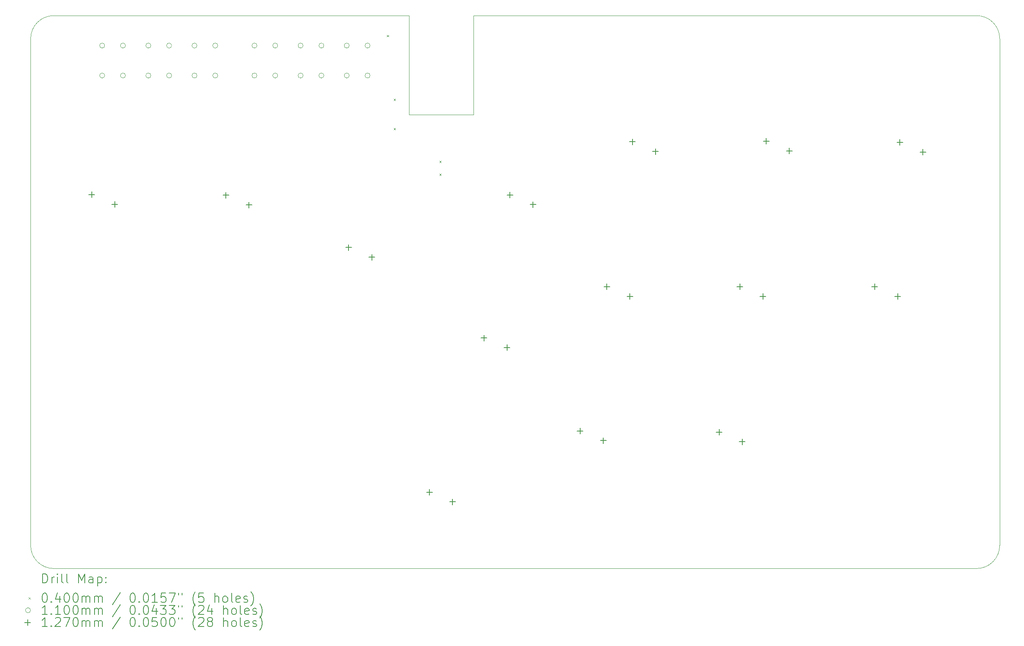
<source format=gbr>
%TF.GenerationSoftware,KiCad,Pcbnew,7.0.5*%
%TF.CreationDate,2023-08-12T18:12:26-04:00*%
%TF.ProjectId,Flatbox-rev5B,466c6174-626f-4782-9d72-657635422e6b,rev?*%
%TF.SameCoordinates,Original*%
%TF.FileFunction,Drillmap*%
%TF.FilePolarity,Positive*%
%FSLAX45Y45*%
G04 Gerber Fmt 4.5, Leading zero omitted, Abs format (unit mm)*
G04 Created by KiCad (PCBNEW 7.0.5) date 2023-08-12 18:12:26*
%MOMM*%
%LPD*%
G01*
G04 APERTURE LIST*
%ADD10C,0.050000*%
%ADD11C,0.200000*%
%ADD12C,0.040000*%
%ADD13C,0.110000*%
%ADD14C,0.127000*%
G04 APERTURE END LIST*
D10*
X25000000Y-3500000D02*
X25000000Y-14500000D01*
X24500000Y-15000000D02*
X4500000Y-15000000D01*
X4000000Y-14500000D02*
X4000000Y-3500000D01*
X4500000Y-3000000D02*
X12200000Y-3000000D01*
X13600000Y-3000000D02*
X24500000Y-3000000D01*
X12200000Y-3000000D02*
X12200000Y-5150000D01*
X4500000Y-3000000D02*
G75*
G03*
X4000000Y-3500000I0J-500000D01*
G01*
X13600000Y-5150000D02*
X13600000Y-3000000D01*
X4000000Y-14500000D02*
G75*
G03*
X4500000Y-15000000I500000J0D01*
G01*
X24500000Y-15000000D02*
G75*
G03*
X25000000Y-14500000I0J500000D01*
G01*
X25000000Y-3500000D02*
G75*
G03*
X24500000Y-3000000I-500000J0D01*
G01*
X12200000Y-5150000D02*
X13600000Y-5150000D01*
D11*
D12*
X11720000Y-3420000D02*
X11760000Y-3460000D01*
X11760000Y-3420000D02*
X11720000Y-3460000D01*
X11867200Y-4805850D02*
X11907200Y-4845850D01*
X11907200Y-4805850D02*
X11867200Y-4845850D01*
X11867200Y-5441000D02*
X11907200Y-5481000D01*
X11907200Y-5441000D02*
X11867200Y-5481000D01*
X12857800Y-6152200D02*
X12897800Y-6192200D01*
X12897800Y-6152200D02*
X12857800Y-6192200D01*
X12857800Y-6431600D02*
X12897800Y-6471600D01*
X12897800Y-6431600D02*
X12857800Y-6471600D01*
D13*
X5605000Y-3650000D02*
G75*
G03*
X5605000Y-3650000I-55000J0D01*
G01*
X5605000Y-4300000D02*
G75*
G03*
X5605000Y-4300000I-55000J0D01*
G01*
X6055000Y-3650000D02*
G75*
G03*
X6055000Y-3650000I-55000J0D01*
G01*
X6055000Y-4300000D02*
G75*
G03*
X6055000Y-4300000I-55000J0D01*
G01*
X6605000Y-3650000D02*
G75*
G03*
X6605000Y-3650000I-55000J0D01*
G01*
X6605000Y-4300000D02*
G75*
G03*
X6605000Y-4300000I-55000J0D01*
G01*
X7055000Y-3650000D02*
G75*
G03*
X7055000Y-3650000I-55000J0D01*
G01*
X7055000Y-4300000D02*
G75*
G03*
X7055000Y-4300000I-55000J0D01*
G01*
X7605000Y-3650000D02*
G75*
G03*
X7605000Y-3650000I-55000J0D01*
G01*
X7605000Y-4300000D02*
G75*
G03*
X7605000Y-4300000I-55000J0D01*
G01*
X8055000Y-3650000D02*
G75*
G03*
X8055000Y-3650000I-55000J0D01*
G01*
X8055000Y-4300000D02*
G75*
G03*
X8055000Y-4300000I-55000J0D01*
G01*
X8905000Y-3650000D02*
G75*
G03*
X8905000Y-3650000I-55000J0D01*
G01*
X8905000Y-4300000D02*
G75*
G03*
X8905000Y-4300000I-55000J0D01*
G01*
X9355000Y-3650000D02*
G75*
G03*
X9355000Y-3650000I-55000J0D01*
G01*
X9355000Y-4300000D02*
G75*
G03*
X9355000Y-4300000I-55000J0D01*
G01*
X9905000Y-3650000D02*
G75*
G03*
X9905000Y-3650000I-55000J0D01*
G01*
X9905000Y-4300000D02*
G75*
G03*
X9905000Y-4300000I-55000J0D01*
G01*
X10355000Y-3650000D02*
G75*
G03*
X10355000Y-3650000I-55000J0D01*
G01*
X10355000Y-4300000D02*
G75*
G03*
X10355000Y-4300000I-55000J0D01*
G01*
X10905000Y-3650000D02*
G75*
G03*
X10905000Y-3650000I-55000J0D01*
G01*
X10905000Y-4300000D02*
G75*
G03*
X10905000Y-4300000I-55000J0D01*
G01*
X11355000Y-3650000D02*
G75*
G03*
X11355000Y-3650000I-55000J0D01*
G01*
X11355000Y-4300000D02*
G75*
G03*
X11355000Y-4300000I-55000J0D01*
G01*
D14*
X5322500Y-6821500D02*
X5322500Y-6948500D01*
X5259000Y-6885000D02*
X5386000Y-6885000D01*
X5822500Y-7031500D02*
X5822500Y-7158500D01*
X5759000Y-7095000D02*
X5886000Y-7095000D01*
X8232000Y-6833500D02*
X8232000Y-6960500D01*
X8168500Y-6897000D02*
X8295500Y-6897000D01*
X8732000Y-7043500D02*
X8732000Y-7170500D01*
X8668500Y-7107000D02*
X8795500Y-7107000D01*
X10892000Y-7968500D02*
X10892000Y-8095500D01*
X10828500Y-8032000D02*
X10955500Y-8032000D01*
X11392000Y-8178500D02*
X11392000Y-8305500D01*
X11328500Y-8242000D02*
X11455500Y-8242000D01*
X12642000Y-13278500D02*
X12642000Y-13405500D01*
X12578500Y-13342000D02*
X12705500Y-13342000D01*
X13142000Y-13488500D02*
X13142000Y-13615500D01*
X13078500Y-13552000D02*
X13205500Y-13552000D01*
X13825000Y-9931500D02*
X13825000Y-10058500D01*
X13761500Y-9995000D02*
X13888500Y-9995000D01*
X14325000Y-10141500D02*
X14325000Y-10268500D01*
X14261500Y-10205000D02*
X14388500Y-10205000D01*
X14386000Y-6827500D02*
X14386000Y-6954500D01*
X14322500Y-6891000D02*
X14449500Y-6891000D01*
X14886000Y-7037500D02*
X14886000Y-7164500D01*
X14822500Y-7101000D02*
X14949500Y-7101000D01*
X15908400Y-11949700D02*
X15908400Y-12076700D01*
X15844900Y-12013200D02*
X15971900Y-12013200D01*
X16408400Y-12159700D02*
X16408400Y-12286700D01*
X16344900Y-12223200D02*
X16471900Y-12223200D01*
X16486000Y-8820500D02*
X16486000Y-8947500D01*
X16422500Y-8884000D02*
X16549500Y-8884000D01*
X16986000Y-9030500D02*
X16986000Y-9157500D01*
X16922500Y-9094000D02*
X17049500Y-9094000D01*
X17042000Y-5674500D02*
X17042000Y-5801500D01*
X16978500Y-5738000D02*
X17105500Y-5738000D01*
X17542000Y-5884500D02*
X17542000Y-6011500D01*
X17478500Y-5948000D02*
X17605500Y-5948000D01*
X18921811Y-11975100D02*
X18921811Y-12102100D01*
X18858311Y-12038600D02*
X18985311Y-12038600D01*
X19371000Y-8820500D02*
X19371000Y-8947500D01*
X19307500Y-8884000D02*
X19434500Y-8884000D01*
X19421811Y-12185100D02*
X19421811Y-12312100D01*
X19358311Y-12248600D02*
X19485311Y-12248600D01*
X19871000Y-9030500D02*
X19871000Y-9157500D01*
X19807500Y-9094000D02*
X19934500Y-9094000D01*
X19939000Y-5662500D02*
X19939000Y-5789500D01*
X19875500Y-5726000D02*
X20002500Y-5726000D01*
X20439000Y-5872500D02*
X20439000Y-5999500D01*
X20375500Y-5936000D02*
X20502500Y-5936000D01*
X22292000Y-8820500D02*
X22292000Y-8947500D01*
X22228500Y-8884000D02*
X22355500Y-8884000D01*
X22792000Y-9030500D02*
X22792000Y-9157500D01*
X22728500Y-9094000D02*
X22855500Y-9094000D01*
X22836000Y-5686500D02*
X22836000Y-5813500D01*
X22772500Y-5750000D02*
X22899500Y-5750000D01*
X23336000Y-5896500D02*
X23336000Y-6023500D01*
X23272500Y-5960000D02*
X23399500Y-5960000D01*
D11*
X4258277Y-15313984D02*
X4258277Y-15113984D01*
X4258277Y-15113984D02*
X4305896Y-15113984D01*
X4305896Y-15113984D02*
X4334467Y-15123508D01*
X4334467Y-15123508D02*
X4353515Y-15142555D01*
X4353515Y-15142555D02*
X4363039Y-15161603D01*
X4363039Y-15161603D02*
X4372563Y-15199698D01*
X4372563Y-15199698D02*
X4372563Y-15228269D01*
X4372563Y-15228269D02*
X4363039Y-15266365D01*
X4363039Y-15266365D02*
X4353515Y-15285412D01*
X4353515Y-15285412D02*
X4334467Y-15304460D01*
X4334467Y-15304460D02*
X4305896Y-15313984D01*
X4305896Y-15313984D02*
X4258277Y-15313984D01*
X4458277Y-15313984D02*
X4458277Y-15180650D01*
X4458277Y-15218746D02*
X4467801Y-15199698D01*
X4467801Y-15199698D02*
X4477324Y-15190174D01*
X4477324Y-15190174D02*
X4496372Y-15180650D01*
X4496372Y-15180650D02*
X4515420Y-15180650D01*
X4582086Y-15313984D02*
X4582086Y-15180650D01*
X4582086Y-15113984D02*
X4572563Y-15123508D01*
X4572563Y-15123508D02*
X4582086Y-15133031D01*
X4582086Y-15133031D02*
X4591610Y-15123508D01*
X4591610Y-15123508D02*
X4582086Y-15113984D01*
X4582086Y-15113984D02*
X4582086Y-15133031D01*
X4705896Y-15313984D02*
X4686848Y-15304460D01*
X4686848Y-15304460D02*
X4677324Y-15285412D01*
X4677324Y-15285412D02*
X4677324Y-15113984D01*
X4810658Y-15313984D02*
X4791610Y-15304460D01*
X4791610Y-15304460D02*
X4782086Y-15285412D01*
X4782086Y-15285412D02*
X4782086Y-15113984D01*
X5039229Y-15313984D02*
X5039229Y-15113984D01*
X5039229Y-15113984D02*
X5105896Y-15256841D01*
X5105896Y-15256841D02*
X5172563Y-15113984D01*
X5172563Y-15113984D02*
X5172563Y-15313984D01*
X5353515Y-15313984D02*
X5353515Y-15209222D01*
X5353515Y-15209222D02*
X5343991Y-15190174D01*
X5343991Y-15190174D02*
X5324944Y-15180650D01*
X5324944Y-15180650D02*
X5286848Y-15180650D01*
X5286848Y-15180650D02*
X5267801Y-15190174D01*
X5353515Y-15304460D02*
X5334467Y-15313984D01*
X5334467Y-15313984D02*
X5286848Y-15313984D01*
X5286848Y-15313984D02*
X5267801Y-15304460D01*
X5267801Y-15304460D02*
X5258277Y-15285412D01*
X5258277Y-15285412D02*
X5258277Y-15266365D01*
X5258277Y-15266365D02*
X5267801Y-15247317D01*
X5267801Y-15247317D02*
X5286848Y-15237793D01*
X5286848Y-15237793D02*
X5334467Y-15237793D01*
X5334467Y-15237793D02*
X5353515Y-15228269D01*
X5448753Y-15180650D02*
X5448753Y-15380650D01*
X5448753Y-15190174D02*
X5467801Y-15180650D01*
X5467801Y-15180650D02*
X5505896Y-15180650D01*
X5505896Y-15180650D02*
X5524944Y-15190174D01*
X5524944Y-15190174D02*
X5534467Y-15199698D01*
X5534467Y-15199698D02*
X5543991Y-15218746D01*
X5543991Y-15218746D02*
X5543991Y-15275888D01*
X5543991Y-15275888D02*
X5534467Y-15294936D01*
X5534467Y-15294936D02*
X5524944Y-15304460D01*
X5524944Y-15304460D02*
X5505896Y-15313984D01*
X5505896Y-15313984D02*
X5467801Y-15313984D01*
X5467801Y-15313984D02*
X5448753Y-15304460D01*
X5629705Y-15294936D02*
X5639229Y-15304460D01*
X5639229Y-15304460D02*
X5629705Y-15313984D01*
X5629705Y-15313984D02*
X5620182Y-15304460D01*
X5620182Y-15304460D02*
X5629705Y-15294936D01*
X5629705Y-15294936D02*
X5629705Y-15313984D01*
X5629705Y-15190174D02*
X5639229Y-15199698D01*
X5639229Y-15199698D02*
X5629705Y-15209222D01*
X5629705Y-15209222D02*
X5620182Y-15199698D01*
X5620182Y-15199698D02*
X5629705Y-15190174D01*
X5629705Y-15190174D02*
X5629705Y-15209222D01*
D12*
X3957500Y-15622500D02*
X3997500Y-15662500D01*
X3997500Y-15622500D02*
X3957500Y-15662500D01*
D11*
X4296372Y-15533984D02*
X4315420Y-15533984D01*
X4315420Y-15533984D02*
X4334467Y-15543508D01*
X4334467Y-15543508D02*
X4343991Y-15553031D01*
X4343991Y-15553031D02*
X4353515Y-15572079D01*
X4353515Y-15572079D02*
X4363039Y-15610174D01*
X4363039Y-15610174D02*
X4363039Y-15657793D01*
X4363039Y-15657793D02*
X4353515Y-15695888D01*
X4353515Y-15695888D02*
X4343991Y-15714936D01*
X4343991Y-15714936D02*
X4334467Y-15724460D01*
X4334467Y-15724460D02*
X4315420Y-15733984D01*
X4315420Y-15733984D02*
X4296372Y-15733984D01*
X4296372Y-15733984D02*
X4277324Y-15724460D01*
X4277324Y-15724460D02*
X4267801Y-15714936D01*
X4267801Y-15714936D02*
X4258277Y-15695888D01*
X4258277Y-15695888D02*
X4248753Y-15657793D01*
X4248753Y-15657793D02*
X4248753Y-15610174D01*
X4248753Y-15610174D02*
X4258277Y-15572079D01*
X4258277Y-15572079D02*
X4267801Y-15553031D01*
X4267801Y-15553031D02*
X4277324Y-15543508D01*
X4277324Y-15543508D02*
X4296372Y-15533984D01*
X4448753Y-15714936D02*
X4458277Y-15724460D01*
X4458277Y-15724460D02*
X4448753Y-15733984D01*
X4448753Y-15733984D02*
X4439229Y-15724460D01*
X4439229Y-15724460D02*
X4448753Y-15714936D01*
X4448753Y-15714936D02*
X4448753Y-15733984D01*
X4629705Y-15600650D02*
X4629705Y-15733984D01*
X4582086Y-15524460D02*
X4534467Y-15667317D01*
X4534467Y-15667317D02*
X4658277Y-15667317D01*
X4772563Y-15533984D02*
X4791610Y-15533984D01*
X4791610Y-15533984D02*
X4810658Y-15543508D01*
X4810658Y-15543508D02*
X4820182Y-15553031D01*
X4820182Y-15553031D02*
X4829705Y-15572079D01*
X4829705Y-15572079D02*
X4839229Y-15610174D01*
X4839229Y-15610174D02*
X4839229Y-15657793D01*
X4839229Y-15657793D02*
X4829705Y-15695888D01*
X4829705Y-15695888D02*
X4820182Y-15714936D01*
X4820182Y-15714936D02*
X4810658Y-15724460D01*
X4810658Y-15724460D02*
X4791610Y-15733984D01*
X4791610Y-15733984D02*
X4772563Y-15733984D01*
X4772563Y-15733984D02*
X4753515Y-15724460D01*
X4753515Y-15724460D02*
X4743991Y-15714936D01*
X4743991Y-15714936D02*
X4734467Y-15695888D01*
X4734467Y-15695888D02*
X4724944Y-15657793D01*
X4724944Y-15657793D02*
X4724944Y-15610174D01*
X4724944Y-15610174D02*
X4734467Y-15572079D01*
X4734467Y-15572079D02*
X4743991Y-15553031D01*
X4743991Y-15553031D02*
X4753515Y-15543508D01*
X4753515Y-15543508D02*
X4772563Y-15533984D01*
X4963039Y-15533984D02*
X4982086Y-15533984D01*
X4982086Y-15533984D02*
X5001134Y-15543508D01*
X5001134Y-15543508D02*
X5010658Y-15553031D01*
X5010658Y-15553031D02*
X5020182Y-15572079D01*
X5020182Y-15572079D02*
X5029705Y-15610174D01*
X5029705Y-15610174D02*
X5029705Y-15657793D01*
X5029705Y-15657793D02*
X5020182Y-15695888D01*
X5020182Y-15695888D02*
X5010658Y-15714936D01*
X5010658Y-15714936D02*
X5001134Y-15724460D01*
X5001134Y-15724460D02*
X4982086Y-15733984D01*
X4982086Y-15733984D02*
X4963039Y-15733984D01*
X4963039Y-15733984D02*
X4943991Y-15724460D01*
X4943991Y-15724460D02*
X4934467Y-15714936D01*
X4934467Y-15714936D02*
X4924944Y-15695888D01*
X4924944Y-15695888D02*
X4915420Y-15657793D01*
X4915420Y-15657793D02*
X4915420Y-15610174D01*
X4915420Y-15610174D02*
X4924944Y-15572079D01*
X4924944Y-15572079D02*
X4934467Y-15553031D01*
X4934467Y-15553031D02*
X4943991Y-15543508D01*
X4943991Y-15543508D02*
X4963039Y-15533984D01*
X5115420Y-15733984D02*
X5115420Y-15600650D01*
X5115420Y-15619698D02*
X5124944Y-15610174D01*
X5124944Y-15610174D02*
X5143991Y-15600650D01*
X5143991Y-15600650D02*
X5172563Y-15600650D01*
X5172563Y-15600650D02*
X5191610Y-15610174D01*
X5191610Y-15610174D02*
X5201134Y-15629222D01*
X5201134Y-15629222D02*
X5201134Y-15733984D01*
X5201134Y-15629222D02*
X5210658Y-15610174D01*
X5210658Y-15610174D02*
X5229705Y-15600650D01*
X5229705Y-15600650D02*
X5258277Y-15600650D01*
X5258277Y-15600650D02*
X5277325Y-15610174D01*
X5277325Y-15610174D02*
X5286848Y-15629222D01*
X5286848Y-15629222D02*
X5286848Y-15733984D01*
X5382086Y-15733984D02*
X5382086Y-15600650D01*
X5382086Y-15619698D02*
X5391610Y-15610174D01*
X5391610Y-15610174D02*
X5410658Y-15600650D01*
X5410658Y-15600650D02*
X5439229Y-15600650D01*
X5439229Y-15600650D02*
X5458277Y-15610174D01*
X5458277Y-15610174D02*
X5467801Y-15629222D01*
X5467801Y-15629222D02*
X5467801Y-15733984D01*
X5467801Y-15629222D02*
X5477325Y-15610174D01*
X5477325Y-15610174D02*
X5496372Y-15600650D01*
X5496372Y-15600650D02*
X5524944Y-15600650D01*
X5524944Y-15600650D02*
X5543991Y-15610174D01*
X5543991Y-15610174D02*
X5553515Y-15629222D01*
X5553515Y-15629222D02*
X5553515Y-15733984D01*
X5943991Y-15524460D02*
X5772563Y-15781603D01*
X6201134Y-15533984D02*
X6220182Y-15533984D01*
X6220182Y-15533984D02*
X6239229Y-15543508D01*
X6239229Y-15543508D02*
X6248753Y-15553031D01*
X6248753Y-15553031D02*
X6258277Y-15572079D01*
X6258277Y-15572079D02*
X6267801Y-15610174D01*
X6267801Y-15610174D02*
X6267801Y-15657793D01*
X6267801Y-15657793D02*
X6258277Y-15695888D01*
X6258277Y-15695888D02*
X6248753Y-15714936D01*
X6248753Y-15714936D02*
X6239229Y-15724460D01*
X6239229Y-15724460D02*
X6220182Y-15733984D01*
X6220182Y-15733984D02*
X6201134Y-15733984D01*
X6201134Y-15733984D02*
X6182086Y-15724460D01*
X6182086Y-15724460D02*
X6172563Y-15714936D01*
X6172563Y-15714936D02*
X6163039Y-15695888D01*
X6163039Y-15695888D02*
X6153515Y-15657793D01*
X6153515Y-15657793D02*
X6153515Y-15610174D01*
X6153515Y-15610174D02*
X6163039Y-15572079D01*
X6163039Y-15572079D02*
X6172563Y-15553031D01*
X6172563Y-15553031D02*
X6182086Y-15543508D01*
X6182086Y-15543508D02*
X6201134Y-15533984D01*
X6353515Y-15714936D02*
X6363039Y-15724460D01*
X6363039Y-15724460D02*
X6353515Y-15733984D01*
X6353515Y-15733984D02*
X6343991Y-15724460D01*
X6343991Y-15724460D02*
X6353515Y-15714936D01*
X6353515Y-15714936D02*
X6353515Y-15733984D01*
X6486848Y-15533984D02*
X6505896Y-15533984D01*
X6505896Y-15533984D02*
X6524944Y-15543508D01*
X6524944Y-15543508D02*
X6534467Y-15553031D01*
X6534467Y-15553031D02*
X6543991Y-15572079D01*
X6543991Y-15572079D02*
X6553515Y-15610174D01*
X6553515Y-15610174D02*
X6553515Y-15657793D01*
X6553515Y-15657793D02*
X6543991Y-15695888D01*
X6543991Y-15695888D02*
X6534467Y-15714936D01*
X6534467Y-15714936D02*
X6524944Y-15724460D01*
X6524944Y-15724460D02*
X6505896Y-15733984D01*
X6505896Y-15733984D02*
X6486848Y-15733984D01*
X6486848Y-15733984D02*
X6467801Y-15724460D01*
X6467801Y-15724460D02*
X6458277Y-15714936D01*
X6458277Y-15714936D02*
X6448753Y-15695888D01*
X6448753Y-15695888D02*
X6439229Y-15657793D01*
X6439229Y-15657793D02*
X6439229Y-15610174D01*
X6439229Y-15610174D02*
X6448753Y-15572079D01*
X6448753Y-15572079D02*
X6458277Y-15553031D01*
X6458277Y-15553031D02*
X6467801Y-15543508D01*
X6467801Y-15543508D02*
X6486848Y-15533984D01*
X6743991Y-15733984D02*
X6629706Y-15733984D01*
X6686848Y-15733984D02*
X6686848Y-15533984D01*
X6686848Y-15533984D02*
X6667801Y-15562555D01*
X6667801Y-15562555D02*
X6648753Y-15581603D01*
X6648753Y-15581603D02*
X6629706Y-15591127D01*
X6924944Y-15533984D02*
X6829706Y-15533984D01*
X6829706Y-15533984D02*
X6820182Y-15629222D01*
X6820182Y-15629222D02*
X6829706Y-15619698D01*
X6829706Y-15619698D02*
X6848753Y-15610174D01*
X6848753Y-15610174D02*
X6896372Y-15610174D01*
X6896372Y-15610174D02*
X6915420Y-15619698D01*
X6915420Y-15619698D02*
X6924944Y-15629222D01*
X6924944Y-15629222D02*
X6934467Y-15648269D01*
X6934467Y-15648269D02*
X6934467Y-15695888D01*
X6934467Y-15695888D02*
X6924944Y-15714936D01*
X6924944Y-15714936D02*
X6915420Y-15724460D01*
X6915420Y-15724460D02*
X6896372Y-15733984D01*
X6896372Y-15733984D02*
X6848753Y-15733984D01*
X6848753Y-15733984D02*
X6829706Y-15724460D01*
X6829706Y-15724460D02*
X6820182Y-15714936D01*
X7001134Y-15533984D02*
X7134467Y-15533984D01*
X7134467Y-15533984D02*
X7048753Y-15733984D01*
X7201134Y-15533984D02*
X7201134Y-15572079D01*
X7277325Y-15533984D02*
X7277325Y-15572079D01*
X7572563Y-15810174D02*
X7563039Y-15800650D01*
X7563039Y-15800650D02*
X7543991Y-15772079D01*
X7543991Y-15772079D02*
X7534468Y-15753031D01*
X7534468Y-15753031D02*
X7524944Y-15724460D01*
X7524944Y-15724460D02*
X7515420Y-15676841D01*
X7515420Y-15676841D02*
X7515420Y-15638746D01*
X7515420Y-15638746D02*
X7524944Y-15591127D01*
X7524944Y-15591127D02*
X7534468Y-15562555D01*
X7534468Y-15562555D02*
X7543991Y-15543508D01*
X7543991Y-15543508D02*
X7563039Y-15514936D01*
X7563039Y-15514936D02*
X7572563Y-15505412D01*
X7743991Y-15533984D02*
X7648753Y-15533984D01*
X7648753Y-15533984D02*
X7639229Y-15629222D01*
X7639229Y-15629222D02*
X7648753Y-15619698D01*
X7648753Y-15619698D02*
X7667801Y-15610174D01*
X7667801Y-15610174D02*
X7715420Y-15610174D01*
X7715420Y-15610174D02*
X7734468Y-15619698D01*
X7734468Y-15619698D02*
X7743991Y-15629222D01*
X7743991Y-15629222D02*
X7753515Y-15648269D01*
X7753515Y-15648269D02*
X7753515Y-15695888D01*
X7753515Y-15695888D02*
X7743991Y-15714936D01*
X7743991Y-15714936D02*
X7734468Y-15724460D01*
X7734468Y-15724460D02*
X7715420Y-15733984D01*
X7715420Y-15733984D02*
X7667801Y-15733984D01*
X7667801Y-15733984D02*
X7648753Y-15724460D01*
X7648753Y-15724460D02*
X7639229Y-15714936D01*
X7991610Y-15733984D02*
X7991610Y-15533984D01*
X8077325Y-15733984D02*
X8077325Y-15629222D01*
X8077325Y-15629222D02*
X8067801Y-15610174D01*
X8067801Y-15610174D02*
X8048753Y-15600650D01*
X8048753Y-15600650D02*
X8020182Y-15600650D01*
X8020182Y-15600650D02*
X8001134Y-15610174D01*
X8001134Y-15610174D02*
X7991610Y-15619698D01*
X8201134Y-15733984D02*
X8182087Y-15724460D01*
X8182087Y-15724460D02*
X8172563Y-15714936D01*
X8172563Y-15714936D02*
X8163039Y-15695888D01*
X8163039Y-15695888D02*
X8163039Y-15638746D01*
X8163039Y-15638746D02*
X8172563Y-15619698D01*
X8172563Y-15619698D02*
X8182087Y-15610174D01*
X8182087Y-15610174D02*
X8201134Y-15600650D01*
X8201134Y-15600650D02*
X8229706Y-15600650D01*
X8229706Y-15600650D02*
X8248753Y-15610174D01*
X8248753Y-15610174D02*
X8258277Y-15619698D01*
X8258277Y-15619698D02*
X8267801Y-15638746D01*
X8267801Y-15638746D02*
X8267801Y-15695888D01*
X8267801Y-15695888D02*
X8258277Y-15714936D01*
X8258277Y-15714936D02*
X8248753Y-15724460D01*
X8248753Y-15724460D02*
X8229706Y-15733984D01*
X8229706Y-15733984D02*
X8201134Y-15733984D01*
X8382087Y-15733984D02*
X8363039Y-15724460D01*
X8363039Y-15724460D02*
X8353515Y-15705412D01*
X8353515Y-15705412D02*
X8353515Y-15533984D01*
X8534468Y-15724460D02*
X8515420Y-15733984D01*
X8515420Y-15733984D02*
X8477325Y-15733984D01*
X8477325Y-15733984D02*
X8458277Y-15724460D01*
X8458277Y-15724460D02*
X8448753Y-15705412D01*
X8448753Y-15705412D02*
X8448753Y-15629222D01*
X8448753Y-15629222D02*
X8458277Y-15610174D01*
X8458277Y-15610174D02*
X8477325Y-15600650D01*
X8477325Y-15600650D02*
X8515420Y-15600650D01*
X8515420Y-15600650D02*
X8534468Y-15610174D01*
X8534468Y-15610174D02*
X8543992Y-15629222D01*
X8543992Y-15629222D02*
X8543992Y-15648269D01*
X8543992Y-15648269D02*
X8448753Y-15667317D01*
X8620182Y-15724460D02*
X8639230Y-15733984D01*
X8639230Y-15733984D02*
X8677325Y-15733984D01*
X8677325Y-15733984D02*
X8696373Y-15724460D01*
X8696373Y-15724460D02*
X8705896Y-15705412D01*
X8705896Y-15705412D02*
X8705896Y-15695888D01*
X8705896Y-15695888D02*
X8696373Y-15676841D01*
X8696373Y-15676841D02*
X8677325Y-15667317D01*
X8677325Y-15667317D02*
X8648753Y-15667317D01*
X8648753Y-15667317D02*
X8629706Y-15657793D01*
X8629706Y-15657793D02*
X8620182Y-15638746D01*
X8620182Y-15638746D02*
X8620182Y-15629222D01*
X8620182Y-15629222D02*
X8629706Y-15610174D01*
X8629706Y-15610174D02*
X8648753Y-15600650D01*
X8648753Y-15600650D02*
X8677325Y-15600650D01*
X8677325Y-15600650D02*
X8696373Y-15610174D01*
X8772563Y-15810174D02*
X8782087Y-15800650D01*
X8782087Y-15800650D02*
X8801134Y-15772079D01*
X8801134Y-15772079D02*
X8810658Y-15753031D01*
X8810658Y-15753031D02*
X8820182Y-15724460D01*
X8820182Y-15724460D02*
X8829706Y-15676841D01*
X8829706Y-15676841D02*
X8829706Y-15638746D01*
X8829706Y-15638746D02*
X8820182Y-15591127D01*
X8820182Y-15591127D02*
X8810658Y-15562555D01*
X8810658Y-15562555D02*
X8801134Y-15543508D01*
X8801134Y-15543508D02*
X8782087Y-15514936D01*
X8782087Y-15514936D02*
X8772563Y-15505412D01*
D13*
X3997500Y-15906500D02*
G75*
G03*
X3997500Y-15906500I-55000J0D01*
G01*
D11*
X4363039Y-15997984D02*
X4248753Y-15997984D01*
X4305896Y-15997984D02*
X4305896Y-15797984D01*
X4305896Y-15797984D02*
X4286848Y-15826555D01*
X4286848Y-15826555D02*
X4267801Y-15845603D01*
X4267801Y-15845603D02*
X4248753Y-15855127D01*
X4448753Y-15978936D02*
X4458277Y-15988460D01*
X4458277Y-15988460D02*
X4448753Y-15997984D01*
X4448753Y-15997984D02*
X4439229Y-15988460D01*
X4439229Y-15988460D02*
X4448753Y-15978936D01*
X4448753Y-15978936D02*
X4448753Y-15997984D01*
X4648753Y-15997984D02*
X4534467Y-15997984D01*
X4591610Y-15997984D02*
X4591610Y-15797984D01*
X4591610Y-15797984D02*
X4572563Y-15826555D01*
X4572563Y-15826555D02*
X4553515Y-15845603D01*
X4553515Y-15845603D02*
X4534467Y-15855127D01*
X4772563Y-15797984D02*
X4791610Y-15797984D01*
X4791610Y-15797984D02*
X4810658Y-15807508D01*
X4810658Y-15807508D02*
X4820182Y-15817031D01*
X4820182Y-15817031D02*
X4829705Y-15836079D01*
X4829705Y-15836079D02*
X4839229Y-15874174D01*
X4839229Y-15874174D02*
X4839229Y-15921793D01*
X4839229Y-15921793D02*
X4829705Y-15959888D01*
X4829705Y-15959888D02*
X4820182Y-15978936D01*
X4820182Y-15978936D02*
X4810658Y-15988460D01*
X4810658Y-15988460D02*
X4791610Y-15997984D01*
X4791610Y-15997984D02*
X4772563Y-15997984D01*
X4772563Y-15997984D02*
X4753515Y-15988460D01*
X4753515Y-15988460D02*
X4743991Y-15978936D01*
X4743991Y-15978936D02*
X4734467Y-15959888D01*
X4734467Y-15959888D02*
X4724944Y-15921793D01*
X4724944Y-15921793D02*
X4724944Y-15874174D01*
X4724944Y-15874174D02*
X4734467Y-15836079D01*
X4734467Y-15836079D02*
X4743991Y-15817031D01*
X4743991Y-15817031D02*
X4753515Y-15807508D01*
X4753515Y-15807508D02*
X4772563Y-15797984D01*
X4963039Y-15797984D02*
X4982086Y-15797984D01*
X4982086Y-15797984D02*
X5001134Y-15807508D01*
X5001134Y-15807508D02*
X5010658Y-15817031D01*
X5010658Y-15817031D02*
X5020182Y-15836079D01*
X5020182Y-15836079D02*
X5029705Y-15874174D01*
X5029705Y-15874174D02*
X5029705Y-15921793D01*
X5029705Y-15921793D02*
X5020182Y-15959888D01*
X5020182Y-15959888D02*
X5010658Y-15978936D01*
X5010658Y-15978936D02*
X5001134Y-15988460D01*
X5001134Y-15988460D02*
X4982086Y-15997984D01*
X4982086Y-15997984D02*
X4963039Y-15997984D01*
X4963039Y-15997984D02*
X4943991Y-15988460D01*
X4943991Y-15988460D02*
X4934467Y-15978936D01*
X4934467Y-15978936D02*
X4924944Y-15959888D01*
X4924944Y-15959888D02*
X4915420Y-15921793D01*
X4915420Y-15921793D02*
X4915420Y-15874174D01*
X4915420Y-15874174D02*
X4924944Y-15836079D01*
X4924944Y-15836079D02*
X4934467Y-15817031D01*
X4934467Y-15817031D02*
X4943991Y-15807508D01*
X4943991Y-15807508D02*
X4963039Y-15797984D01*
X5115420Y-15997984D02*
X5115420Y-15864650D01*
X5115420Y-15883698D02*
X5124944Y-15874174D01*
X5124944Y-15874174D02*
X5143991Y-15864650D01*
X5143991Y-15864650D02*
X5172563Y-15864650D01*
X5172563Y-15864650D02*
X5191610Y-15874174D01*
X5191610Y-15874174D02*
X5201134Y-15893222D01*
X5201134Y-15893222D02*
X5201134Y-15997984D01*
X5201134Y-15893222D02*
X5210658Y-15874174D01*
X5210658Y-15874174D02*
X5229705Y-15864650D01*
X5229705Y-15864650D02*
X5258277Y-15864650D01*
X5258277Y-15864650D02*
X5277325Y-15874174D01*
X5277325Y-15874174D02*
X5286848Y-15893222D01*
X5286848Y-15893222D02*
X5286848Y-15997984D01*
X5382086Y-15997984D02*
X5382086Y-15864650D01*
X5382086Y-15883698D02*
X5391610Y-15874174D01*
X5391610Y-15874174D02*
X5410658Y-15864650D01*
X5410658Y-15864650D02*
X5439229Y-15864650D01*
X5439229Y-15864650D02*
X5458277Y-15874174D01*
X5458277Y-15874174D02*
X5467801Y-15893222D01*
X5467801Y-15893222D02*
X5467801Y-15997984D01*
X5467801Y-15893222D02*
X5477325Y-15874174D01*
X5477325Y-15874174D02*
X5496372Y-15864650D01*
X5496372Y-15864650D02*
X5524944Y-15864650D01*
X5524944Y-15864650D02*
X5543991Y-15874174D01*
X5543991Y-15874174D02*
X5553515Y-15893222D01*
X5553515Y-15893222D02*
X5553515Y-15997984D01*
X5943991Y-15788460D02*
X5772563Y-16045603D01*
X6201134Y-15797984D02*
X6220182Y-15797984D01*
X6220182Y-15797984D02*
X6239229Y-15807508D01*
X6239229Y-15807508D02*
X6248753Y-15817031D01*
X6248753Y-15817031D02*
X6258277Y-15836079D01*
X6258277Y-15836079D02*
X6267801Y-15874174D01*
X6267801Y-15874174D02*
X6267801Y-15921793D01*
X6267801Y-15921793D02*
X6258277Y-15959888D01*
X6258277Y-15959888D02*
X6248753Y-15978936D01*
X6248753Y-15978936D02*
X6239229Y-15988460D01*
X6239229Y-15988460D02*
X6220182Y-15997984D01*
X6220182Y-15997984D02*
X6201134Y-15997984D01*
X6201134Y-15997984D02*
X6182086Y-15988460D01*
X6182086Y-15988460D02*
X6172563Y-15978936D01*
X6172563Y-15978936D02*
X6163039Y-15959888D01*
X6163039Y-15959888D02*
X6153515Y-15921793D01*
X6153515Y-15921793D02*
X6153515Y-15874174D01*
X6153515Y-15874174D02*
X6163039Y-15836079D01*
X6163039Y-15836079D02*
X6172563Y-15817031D01*
X6172563Y-15817031D02*
X6182086Y-15807508D01*
X6182086Y-15807508D02*
X6201134Y-15797984D01*
X6353515Y-15978936D02*
X6363039Y-15988460D01*
X6363039Y-15988460D02*
X6353515Y-15997984D01*
X6353515Y-15997984D02*
X6343991Y-15988460D01*
X6343991Y-15988460D02*
X6353515Y-15978936D01*
X6353515Y-15978936D02*
X6353515Y-15997984D01*
X6486848Y-15797984D02*
X6505896Y-15797984D01*
X6505896Y-15797984D02*
X6524944Y-15807508D01*
X6524944Y-15807508D02*
X6534467Y-15817031D01*
X6534467Y-15817031D02*
X6543991Y-15836079D01*
X6543991Y-15836079D02*
X6553515Y-15874174D01*
X6553515Y-15874174D02*
X6553515Y-15921793D01*
X6553515Y-15921793D02*
X6543991Y-15959888D01*
X6543991Y-15959888D02*
X6534467Y-15978936D01*
X6534467Y-15978936D02*
X6524944Y-15988460D01*
X6524944Y-15988460D02*
X6505896Y-15997984D01*
X6505896Y-15997984D02*
X6486848Y-15997984D01*
X6486848Y-15997984D02*
X6467801Y-15988460D01*
X6467801Y-15988460D02*
X6458277Y-15978936D01*
X6458277Y-15978936D02*
X6448753Y-15959888D01*
X6448753Y-15959888D02*
X6439229Y-15921793D01*
X6439229Y-15921793D02*
X6439229Y-15874174D01*
X6439229Y-15874174D02*
X6448753Y-15836079D01*
X6448753Y-15836079D02*
X6458277Y-15817031D01*
X6458277Y-15817031D02*
X6467801Y-15807508D01*
X6467801Y-15807508D02*
X6486848Y-15797984D01*
X6724944Y-15864650D02*
X6724944Y-15997984D01*
X6677325Y-15788460D02*
X6629706Y-15931317D01*
X6629706Y-15931317D02*
X6753515Y-15931317D01*
X6810658Y-15797984D02*
X6934467Y-15797984D01*
X6934467Y-15797984D02*
X6867801Y-15874174D01*
X6867801Y-15874174D02*
X6896372Y-15874174D01*
X6896372Y-15874174D02*
X6915420Y-15883698D01*
X6915420Y-15883698D02*
X6924944Y-15893222D01*
X6924944Y-15893222D02*
X6934467Y-15912269D01*
X6934467Y-15912269D02*
X6934467Y-15959888D01*
X6934467Y-15959888D02*
X6924944Y-15978936D01*
X6924944Y-15978936D02*
X6915420Y-15988460D01*
X6915420Y-15988460D02*
X6896372Y-15997984D01*
X6896372Y-15997984D02*
X6839229Y-15997984D01*
X6839229Y-15997984D02*
X6820182Y-15988460D01*
X6820182Y-15988460D02*
X6810658Y-15978936D01*
X7001134Y-15797984D02*
X7124944Y-15797984D01*
X7124944Y-15797984D02*
X7058277Y-15874174D01*
X7058277Y-15874174D02*
X7086848Y-15874174D01*
X7086848Y-15874174D02*
X7105896Y-15883698D01*
X7105896Y-15883698D02*
X7115420Y-15893222D01*
X7115420Y-15893222D02*
X7124944Y-15912269D01*
X7124944Y-15912269D02*
X7124944Y-15959888D01*
X7124944Y-15959888D02*
X7115420Y-15978936D01*
X7115420Y-15978936D02*
X7105896Y-15988460D01*
X7105896Y-15988460D02*
X7086848Y-15997984D01*
X7086848Y-15997984D02*
X7029706Y-15997984D01*
X7029706Y-15997984D02*
X7010658Y-15988460D01*
X7010658Y-15988460D02*
X7001134Y-15978936D01*
X7201134Y-15797984D02*
X7201134Y-15836079D01*
X7277325Y-15797984D02*
X7277325Y-15836079D01*
X7572563Y-16074174D02*
X7563039Y-16064650D01*
X7563039Y-16064650D02*
X7543991Y-16036079D01*
X7543991Y-16036079D02*
X7534468Y-16017031D01*
X7534468Y-16017031D02*
X7524944Y-15988460D01*
X7524944Y-15988460D02*
X7515420Y-15940841D01*
X7515420Y-15940841D02*
X7515420Y-15902746D01*
X7515420Y-15902746D02*
X7524944Y-15855127D01*
X7524944Y-15855127D02*
X7534468Y-15826555D01*
X7534468Y-15826555D02*
X7543991Y-15807508D01*
X7543991Y-15807508D02*
X7563039Y-15778936D01*
X7563039Y-15778936D02*
X7572563Y-15769412D01*
X7639229Y-15817031D02*
X7648753Y-15807508D01*
X7648753Y-15807508D02*
X7667801Y-15797984D01*
X7667801Y-15797984D02*
X7715420Y-15797984D01*
X7715420Y-15797984D02*
X7734468Y-15807508D01*
X7734468Y-15807508D02*
X7743991Y-15817031D01*
X7743991Y-15817031D02*
X7753515Y-15836079D01*
X7753515Y-15836079D02*
X7753515Y-15855127D01*
X7753515Y-15855127D02*
X7743991Y-15883698D01*
X7743991Y-15883698D02*
X7629706Y-15997984D01*
X7629706Y-15997984D02*
X7753515Y-15997984D01*
X7924944Y-15864650D02*
X7924944Y-15997984D01*
X7877325Y-15788460D02*
X7829706Y-15931317D01*
X7829706Y-15931317D02*
X7953515Y-15931317D01*
X8182087Y-15997984D02*
X8182087Y-15797984D01*
X8267801Y-15997984D02*
X8267801Y-15893222D01*
X8267801Y-15893222D02*
X8258277Y-15874174D01*
X8258277Y-15874174D02*
X8239230Y-15864650D01*
X8239230Y-15864650D02*
X8210658Y-15864650D01*
X8210658Y-15864650D02*
X8191610Y-15874174D01*
X8191610Y-15874174D02*
X8182087Y-15883698D01*
X8391611Y-15997984D02*
X8372563Y-15988460D01*
X8372563Y-15988460D02*
X8363039Y-15978936D01*
X8363039Y-15978936D02*
X8353515Y-15959888D01*
X8353515Y-15959888D02*
X8353515Y-15902746D01*
X8353515Y-15902746D02*
X8363039Y-15883698D01*
X8363039Y-15883698D02*
X8372563Y-15874174D01*
X8372563Y-15874174D02*
X8391611Y-15864650D01*
X8391611Y-15864650D02*
X8420182Y-15864650D01*
X8420182Y-15864650D02*
X8439230Y-15874174D01*
X8439230Y-15874174D02*
X8448753Y-15883698D01*
X8448753Y-15883698D02*
X8458277Y-15902746D01*
X8458277Y-15902746D02*
X8458277Y-15959888D01*
X8458277Y-15959888D02*
X8448753Y-15978936D01*
X8448753Y-15978936D02*
X8439230Y-15988460D01*
X8439230Y-15988460D02*
X8420182Y-15997984D01*
X8420182Y-15997984D02*
X8391611Y-15997984D01*
X8572563Y-15997984D02*
X8553515Y-15988460D01*
X8553515Y-15988460D02*
X8543992Y-15969412D01*
X8543992Y-15969412D02*
X8543992Y-15797984D01*
X8724944Y-15988460D02*
X8705896Y-15997984D01*
X8705896Y-15997984D02*
X8667801Y-15997984D01*
X8667801Y-15997984D02*
X8648753Y-15988460D01*
X8648753Y-15988460D02*
X8639230Y-15969412D01*
X8639230Y-15969412D02*
X8639230Y-15893222D01*
X8639230Y-15893222D02*
X8648753Y-15874174D01*
X8648753Y-15874174D02*
X8667801Y-15864650D01*
X8667801Y-15864650D02*
X8705896Y-15864650D01*
X8705896Y-15864650D02*
X8724944Y-15874174D01*
X8724944Y-15874174D02*
X8734468Y-15893222D01*
X8734468Y-15893222D02*
X8734468Y-15912269D01*
X8734468Y-15912269D02*
X8639230Y-15931317D01*
X8810658Y-15988460D02*
X8829706Y-15997984D01*
X8829706Y-15997984D02*
X8867801Y-15997984D01*
X8867801Y-15997984D02*
X8886849Y-15988460D01*
X8886849Y-15988460D02*
X8896373Y-15969412D01*
X8896373Y-15969412D02*
X8896373Y-15959888D01*
X8896373Y-15959888D02*
X8886849Y-15940841D01*
X8886849Y-15940841D02*
X8867801Y-15931317D01*
X8867801Y-15931317D02*
X8839230Y-15931317D01*
X8839230Y-15931317D02*
X8820182Y-15921793D01*
X8820182Y-15921793D02*
X8810658Y-15902746D01*
X8810658Y-15902746D02*
X8810658Y-15893222D01*
X8810658Y-15893222D02*
X8820182Y-15874174D01*
X8820182Y-15874174D02*
X8839230Y-15864650D01*
X8839230Y-15864650D02*
X8867801Y-15864650D01*
X8867801Y-15864650D02*
X8886849Y-15874174D01*
X8963039Y-16074174D02*
X8972563Y-16064650D01*
X8972563Y-16064650D02*
X8991611Y-16036079D01*
X8991611Y-16036079D02*
X9001134Y-16017031D01*
X9001134Y-16017031D02*
X9010658Y-15988460D01*
X9010658Y-15988460D02*
X9020182Y-15940841D01*
X9020182Y-15940841D02*
X9020182Y-15902746D01*
X9020182Y-15902746D02*
X9010658Y-15855127D01*
X9010658Y-15855127D02*
X9001134Y-15826555D01*
X9001134Y-15826555D02*
X8991611Y-15807508D01*
X8991611Y-15807508D02*
X8972563Y-15778936D01*
X8972563Y-15778936D02*
X8963039Y-15769412D01*
D14*
X3934000Y-16107000D02*
X3934000Y-16234000D01*
X3870500Y-16170500D02*
X3997500Y-16170500D01*
D11*
X4363039Y-16261984D02*
X4248753Y-16261984D01*
X4305896Y-16261984D02*
X4305896Y-16061984D01*
X4305896Y-16061984D02*
X4286848Y-16090555D01*
X4286848Y-16090555D02*
X4267801Y-16109603D01*
X4267801Y-16109603D02*
X4248753Y-16119127D01*
X4448753Y-16242936D02*
X4458277Y-16252460D01*
X4458277Y-16252460D02*
X4448753Y-16261984D01*
X4448753Y-16261984D02*
X4439229Y-16252460D01*
X4439229Y-16252460D02*
X4448753Y-16242936D01*
X4448753Y-16242936D02*
X4448753Y-16261984D01*
X4534467Y-16081031D02*
X4543991Y-16071508D01*
X4543991Y-16071508D02*
X4563039Y-16061984D01*
X4563039Y-16061984D02*
X4610658Y-16061984D01*
X4610658Y-16061984D02*
X4629705Y-16071508D01*
X4629705Y-16071508D02*
X4639229Y-16081031D01*
X4639229Y-16081031D02*
X4648753Y-16100079D01*
X4648753Y-16100079D02*
X4648753Y-16119127D01*
X4648753Y-16119127D02*
X4639229Y-16147698D01*
X4639229Y-16147698D02*
X4524944Y-16261984D01*
X4524944Y-16261984D02*
X4648753Y-16261984D01*
X4715420Y-16061984D02*
X4848753Y-16061984D01*
X4848753Y-16061984D02*
X4763039Y-16261984D01*
X4963039Y-16061984D02*
X4982086Y-16061984D01*
X4982086Y-16061984D02*
X5001134Y-16071508D01*
X5001134Y-16071508D02*
X5010658Y-16081031D01*
X5010658Y-16081031D02*
X5020182Y-16100079D01*
X5020182Y-16100079D02*
X5029705Y-16138174D01*
X5029705Y-16138174D02*
X5029705Y-16185793D01*
X5029705Y-16185793D02*
X5020182Y-16223888D01*
X5020182Y-16223888D02*
X5010658Y-16242936D01*
X5010658Y-16242936D02*
X5001134Y-16252460D01*
X5001134Y-16252460D02*
X4982086Y-16261984D01*
X4982086Y-16261984D02*
X4963039Y-16261984D01*
X4963039Y-16261984D02*
X4943991Y-16252460D01*
X4943991Y-16252460D02*
X4934467Y-16242936D01*
X4934467Y-16242936D02*
X4924944Y-16223888D01*
X4924944Y-16223888D02*
X4915420Y-16185793D01*
X4915420Y-16185793D02*
X4915420Y-16138174D01*
X4915420Y-16138174D02*
X4924944Y-16100079D01*
X4924944Y-16100079D02*
X4934467Y-16081031D01*
X4934467Y-16081031D02*
X4943991Y-16071508D01*
X4943991Y-16071508D02*
X4963039Y-16061984D01*
X5115420Y-16261984D02*
X5115420Y-16128650D01*
X5115420Y-16147698D02*
X5124944Y-16138174D01*
X5124944Y-16138174D02*
X5143991Y-16128650D01*
X5143991Y-16128650D02*
X5172563Y-16128650D01*
X5172563Y-16128650D02*
X5191610Y-16138174D01*
X5191610Y-16138174D02*
X5201134Y-16157222D01*
X5201134Y-16157222D02*
X5201134Y-16261984D01*
X5201134Y-16157222D02*
X5210658Y-16138174D01*
X5210658Y-16138174D02*
X5229705Y-16128650D01*
X5229705Y-16128650D02*
X5258277Y-16128650D01*
X5258277Y-16128650D02*
X5277325Y-16138174D01*
X5277325Y-16138174D02*
X5286848Y-16157222D01*
X5286848Y-16157222D02*
X5286848Y-16261984D01*
X5382086Y-16261984D02*
X5382086Y-16128650D01*
X5382086Y-16147698D02*
X5391610Y-16138174D01*
X5391610Y-16138174D02*
X5410658Y-16128650D01*
X5410658Y-16128650D02*
X5439229Y-16128650D01*
X5439229Y-16128650D02*
X5458277Y-16138174D01*
X5458277Y-16138174D02*
X5467801Y-16157222D01*
X5467801Y-16157222D02*
X5467801Y-16261984D01*
X5467801Y-16157222D02*
X5477325Y-16138174D01*
X5477325Y-16138174D02*
X5496372Y-16128650D01*
X5496372Y-16128650D02*
X5524944Y-16128650D01*
X5524944Y-16128650D02*
X5543991Y-16138174D01*
X5543991Y-16138174D02*
X5553515Y-16157222D01*
X5553515Y-16157222D02*
X5553515Y-16261984D01*
X5943991Y-16052460D02*
X5772563Y-16309603D01*
X6201134Y-16061984D02*
X6220182Y-16061984D01*
X6220182Y-16061984D02*
X6239229Y-16071508D01*
X6239229Y-16071508D02*
X6248753Y-16081031D01*
X6248753Y-16081031D02*
X6258277Y-16100079D01*
X6258277Y-16100079D02*
X6267801Y-16138174D01*
X6267801Y-16138174D02*
X6267801Y-16185793D01*
X6267801Y-16185793D02*
X6258277Y-16223888D01*
X6258277Y-16223888D02*
X6248753Y-16242936D01*
X6248753Y-16242936D02*
X6239229Y-16252460D01*
X6239229Y-16252460D02*
X6220182Y-16261984D01*
X6220182Y-16261984D02*
X6201134Y-16261984D01*
X6201134Y-16261984D02*
X6182086Y-16252460D01*
X6182086Y-16252460D02*
X6172563Y-16242936D01*
X6172563Y-16242936D02*
X6163039Y-16223888D01*
X6163039Y-16223888D02*
X6153515Y-16185793D01*
X6153515Y-16185793D02*
X6153515Y-16138174D01*
X6153515Y-16138174D02*
X6163039Y-16100079D01*
X6163039Y-16100079D02*
X6172563Y-16081031D01*
X6172563Y-16081031D02*
X6182086Y-16071508D01*
X6182086Y-16071508D02*
X6201134Y-16061984D01*
X6353515Y-16242936D02*
X6363039Y-16252460D01*
X6363039Y-16252460D02*
X6353515Y-16261984D01*
X6353515Y-16261984D02*
X6343991Y-16252460D01*
X6343991Y-16252460D02*
X6353515Y-16242936D01*
X6353515Y-16242936D02*
X6353515Y-16261984D01*
X6486848Y-16061984D02*
X6505896Y-16061984D01*
X6505896Y-16061984D02*
X6524944Y-16071508D01*
X6524944Y-16071508D02*
X6534467Y-16081031D01*
X6534467Y-16081031D02*
X6543991Y-16100079D01*
X6543991Y-16100079D02*
X6553515Y-16138174D01*
X6553515Y-16138174D02*
X6553515Y-16185793D01*
X6553515Y-16185793D02*
X6543991Y-16223888D01*
X6543991Y-16223888D02*
X6534467Y-16242936D01*
X6534467Y-16242936D02*
X6524944Y-16252460D01*
X6524944Y-16252460D02*
X6505896Y-16261984D01*
X6505896Y-16261984D02*
X6486848Y-16261984D01*
X6486848Y-16261984D02*
X6467801Y-16252460D01*
X6467801Y-16252460D02*
X6458277Y-16242936D01*
X6458277Y-16242936D02*
X6448753Y-16223888D01*
X6448753Y-16223888D02*
X6439229Y-16185793D01*
X6439229Y-16185793D02*
X6439229Y-16138174D01*
X6439229Y-16138174D02*
X6448753Y-16100079D01*
X6448753Y-16100079D02*
X6458277Y-16081031D01*
X6458277Y-16081031D02*
X6467801Y-16071508D01*
X6467801Y-16071508D02*
X6486848Y-16061984D01*
X6734467Y-16061984D02*
X6639229Y-16061984D01*
X6639229Y-16061984D02*
X6629706Y-16157222D01*
X6629706Y-16157222D02*
X6639229Y-16147698D01*
X6639229Y-16147698D02*
X6658277Y-16138174D01*
X6658277Y-16138174D02*
X6705896Y-16138174D01*
X6705896Y-16138174D02*
X6724944Y-16147698D01*
X6724944Y-16147698D02*
X6734467Y-16157222D01*
X6734467Y-16157222D02*
X6743991Y-16176269D01*
X6743991Y-16176269D02*
X6743991Y-16223888D01*
X6743991Y-16223888D02*
X6734467Y-16242936D01*
X6734467Y-16242936D02*
X6724944Y-16252460D01*
X6724944Y-16252460D02*
X6705896Y-16261984D01*
X6705896Y-16261984D02*
X6658277Y-16261984D01*
X6658277Y-16261984D02*
X6639229Y-16252460D01*
X6639229Y-16252460D02*
X6629706Y-16242936D01*
X6867801Y-16061984D02*
X6886848Y-16061984D01*
X6886848Y-16061984D02*
X6905896Y-16071508D01*
X6905896Y-16071508D02*
X6915420Y-16081031D01*
X6915420Y-16081031D02*
X6924944Y-16100079D01*
X6924944Y-16100079D02*
X6934467Y-16138174D01*
X6934467Y-16138174D02*
X6934467Y-16185793D01*
X6934467Y-16185793D02*
X6924944Y-16223888D01*
X6924944Y-16223888D02*
X6915420Y-16242936D01*
X6915420Y-16242936D02*
X6905896Y-16252460D01*
X6905896Y-16252460D02*
X6886848Y-16261984D01*
X6886848Y-16261984D02*
X6867801Y-16261984D01*
X6867801Y-16261984D02*
X6848753Y-16252460D01*
X6848753Y-16252460D02*
X6839229Y-16242936D01*
X6839229Y-16242936D02*
X6829706Y-16223888D01*
X6829706Y-16223888D02*
X6820182Y-16185793D01*
X6820182Y-16185793D02*
X6820182Y-16138174D01*
X6820182Y-16138174D02*
X6829706Y-16100079D01*
X6829706Y-16100079D02*
X6839229Y-16081031D01*
X6839229Y-16081031D02*
X6848753Y-16071508D01*
X6848753Y-16071508D02*
X6867801Y-16061984D01*
X7058277Y-16061984D02*
X7077325Y-16061984D01*
X7077325Y-16061984D02*
X7096372Y-16071508D01*
X7096372Y-16071508D02*
X7105896Y-16081031D01*
X7105896Y-16081031D02*
X7115420Y-16100079D01*
X7115420Y-16100079D02*
X7124944Y-16138174D01*
X7124944Y-16138174D02*
X7124944Y-16185793D01*
X7124944Y-16185793D02*
X7115420Y-16223888D01*
X7115420Y-16223888D02*
X7105896Y-16242936D01*
X7105896Y-16242936D02*
X7096372Y-16252460D01*
X7096372Y-16252460D02*
X7077325Y-16261984D01*
X7077325Y-16261984D02*
X7058277Y-16261984D01*
X7058277Y-16261984D02*
X7039229Y-16252460D01*
X7039229Y-16252460D02*
X7029706Y-16242936D01*
X7029706Y-16242936D02*
X7020182Y-16223888D01*
X7020182Y-16223888D02*
X7010658Y-16185793D01*
X7010658Y-16185793D02*
X7010658Y-16138174D01*
X7010658Y-16138174D02*
X7020182Y-16100079D01*
X7020182Y-16100079D02*
X7029706Y-16081031D01*
X7029706Y-16081031D02*
X7039229Y-16071508D01*
X7039229Y-16071508D02*
X7058277Y-16061984D01*
X7201134Y-16061984D02*
X7201134Y-16100079D01*
X7277325Y-16061984D02*
X7277325Y-16100079D01*
X7572563Y-16338174D02*
X7563039Y-16328650D01*
X7563039Y-16328650D02*
X7543991Y-16300079D01*
X7543991Y-16300079D02*
X7534468Y-16281031D01*
X7534468Y-16281031D02*
X7524944Y-16252460D01*
X7524944Y-16252460D02*
X7515420Y-16204841D01*
X7515420Y-16204841D02*
X7515420Y-16166746D01*
X7515420Y-16166746D02*
X7524944Y-16119127D01*
X7524944Y-16119127D02*
X7534468Y-16090555D01*
X7534468Y-16090555D02*
X7543991Y-16071508D01*
X7543991Y-16071508D02*
X7563039Y-16042936D01*
X7563039Y-16042936D02*
X7572563Y-16033412D01*
X7639229Y-16081031D02*
X7648753Y-16071508D01*
X7648753Y-16071508D02*
X7667801Y-16061984D01*
X7667801Y-16061984D02*
X7715420Y-16061984D01*
X7715420Y-16061984D02*
X7734468Y-16071508D01*
X7734468Y-16071508D02*
X7743991Y-16081031D01*
X7743991Y-16081031D02*
X7753515Y-16100079D01*
X7753515Y-16100079D02*
X7753515Y-16119127D01*
X7753515Y-16119127D02*
X7743991Y-16147698D01*
X7743991Y-16147698D02*
X7629706Y-16261984D01*
X7629706Y-16261984D02*
X7753515Y-16261984D01*
X7867801Y-16147698D02*
X7848753Y-16138174D01*
X7848753Y-16138174D02*
X7839229Y-16128650D01*
X7839229Y-16128650D02*
X7829706Y-16109603D01*
X7829706Y-16109603D02*
X7829706Y-16100079D01*
X7829706Y-16100079D02*
X7839229Y-16081031D01*
X7839229Y-16081031D02*
X7848753Y-16071508D01*
X7848753Y-16071508D02*
X7867801Y-16061984D01*
X7867801Y-16061984D02*
X7905896Y-16061984D01*
X7905896Y-16061984D02*
X7924944Y-16071508D01*
X7924944Y-16071508D02*
X7934468Y-16081031D01*
X7934468Y-16081031D02*
X7943991Y-16100079D01*
X7943991Y-16100079D02*
X7943991Y-16109603D01*
X7943991Y-16109603D02*
X7934468Y-16128650D01*
X7934468Y-16128650D02*
X7924944Y-16138174D01*
X7924944Y-16138174D02*
X7905896Y-16147698D01*
X7905896Y-16147698D02*
X7867801Y-16147698D01*
X7867801Y-16147698D02*
X7848753Y-16157222D01*
X7848753Y-16157222D02*
X7839229Y-16166746D01*
X7839229Y-16166746D02*
X7829706Y-16185793D01*
X7829706Y-16185793D02*
X7829706Y-16223888D01*
X7829706Y-16223888D02*
X7839229Y-16242936D01*
X7839229Y-16242936D02*
X7848753Y-16252460D01*
X7848753Y-16252460D02*
X7867801Y-16261984D01*
X7867801Y-16261984D02*
X7905896Y-16261984D01*
X7905896Y-16261984D02*
X7924944Y-16252460D01*
X7924944Y-16252460D02*
X7934468Y-16242936D01*
X7934468Y-16242936D02*
X7943991Y-16223888D01*
X7943991Y-16223888D02*
X7943991Y-16185793D01*
X7943991Y-16185793D02*
X7934468Y-16166746D01*
X7934468Y-16166746D02*
X7924944Y-16157222D01*
X7924944Y-16157222D02*
X7905896Y-16147698D01*
X8182087Y-16261984D02*
X8182087Y-16061984D01*
X8267801Y-16261984D02*
X8267801Y-16157222D01*
X8267801Y-16157222D02*
X8258277Y-16138174D01*
X8258277Y-16138174D02*
X8239230Y-16128650D01*
X8239230Y-16128650D02*
X8210658Y-16128650D01*
X8210658Y-16128650D02*
X8191610Y-16138174D01*
X8191610Y-16138174D02*
X8182087Y-16147698D01*
X8391611Y-16261984D02*
X8372563Y-16252460D01*
X8372563Y-16252460D02*
X8363039Y-16242936D01*
X8363039Y-16242936D02*
X8353515Y-16223888D01*
X8353515Y-16223888D02*
X8353515Y-16166746D01*
X8353515Y-16166746D02*
X8363039Y-16147698D01*
X8363039Y-16147698D02*
X8372563Y-16138174D01*
X8372563Y-16138174D02*
X8391611Y-16128650D01*
X8391611Y-16128650D02*
X8420182Y-16128650D01*
X8420182Y-16128650D02*
X8439230Y-16138174D01*
X8439230Y-16138174D02*
X8448753Y-16147698D01*
X8448753Y-16147698D02*
X8458277Y-16166746D01*
X8458277Y-16166746D02*
X8458277Y-16223888D01*
X8458277Y-16223888D02*
X8448753Y-16242936D01*
X8448753Y-16242936D02*
X8439230Y-16252460D01*
X8439230Y-16252460D02*
X8420182Y-16261984D01*
X8420182Y-16261984D02*
X8391611Y-16261984D01*
X8572563Y-16261984D02*
X8553515Y-16252460D01*
X8553515Y-16252460D02*
X8543992Y-16233412D01*
X8543992Y-16233412D02*
X8543992Y-16061984D01*
X8724944Y-16252460D02*
X8705896Y-16261984D01*
X8705896Y-16261984D02*
X8667801Y-16261984D01*
X8667801Y-16261984D02*
X8648753Y-16252460D01*
X8648753Y-16252460D02*
X8639230Y-16233412D01*
X8639230Y-16233412D02*
X8639230Y-16157222D01*
X8639230Y-16157222D02*
X8648753Y-16138174D01*
X8648753Y-16138174D02*
X8667801Y-16128650D01*
X8667801Y-16128650D02*
X8705896Y-16128650D01*
X8705896Y-16128650D02*
X8724944Y-16138174D01*
X8724944Y-16138174D02*
X8734468Y-16157222D01*
X8734468Y-16157222D02*
X8734468Y-16176269D01*
X8734468Y-16176269D02*
X8639230Y-16195317D01*
X8810658Y-16252460D02*
X8829706Y-16261984D01*
X8829706Y-16261984D02*
X8867801Y-16261984D01*
X8867801Y-16261984D02*
X8886849Y-16252460D01*
X8886849Y-16252460D02*
X8896373Y-16233412D01*
X8896373Y-16233412D02*
X8896373Y-16223888D01*
X8896373Y-16223888D02*
X8886849Y-16204841D01*
X8886849Y-16204841D02*
X8867801Y-16195317D01*
X8867801Y-16195317D02*
X8839230Y-16195317D01*
X8839230Y-16195317D02*
X8820182Y-16185793D01*
X8820182Y-16185793D02*
X8810658Y-16166746D01*
X8810658Y-16166746D02*
X8810658Y-16157222D01*
X8810658Y-16157222D02*
X8820182Y-16138174D01*
X8820182Y-16138174D02*
X8839230Y-16128650D01*
X8839230Y-16128650D02*
X8867801Y-16128650D01*
X8867801Y-16128650D02*
X8886849Y-16138174D01*
X8963039Y-16338174D02*
X8972563Y-16328650D01*
X8972563Y-16328650D02*
X8991611Y-16300079D01*
X8991611Y-16300079D02*
X9001134Y-16281031D01*
X9001134Y-16281031D02*
X9010658Y-16252460D01*
X9010658Y-16252460D02*
X9020182Y-16204841D01*
X9020182Y-16204841D02*
X9020182Y-16166746D01*
X9020182Y-16166746D02*
X9010658Y-16119127D01*
X9010658Y-16119127D02*
X9001134Y-16090555D01*
X9001134Y-16090555D02*
X8991611Y-16071508D01*
X8991611Y-16071508D02*
X8972563Y-16042936D01*
X8972563Y-16042936D02*
X8963039Y-16033412D01*
M02*

</source>
